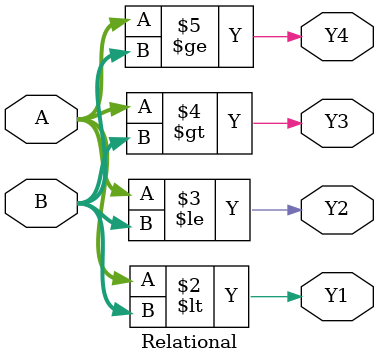
<source format=v>
module Relational (A, B, Y1, Y2, Y3, Y4);
  input [2:0] A, B;
  output reg Y1, Y2, Y3, Y4;
  
  always @(A or B) begin
    Y1= A<B;
    Y2= A<=B;
    Y3= A>B;
    Y4= A>=B;
  end
  
endmodule

</source>
